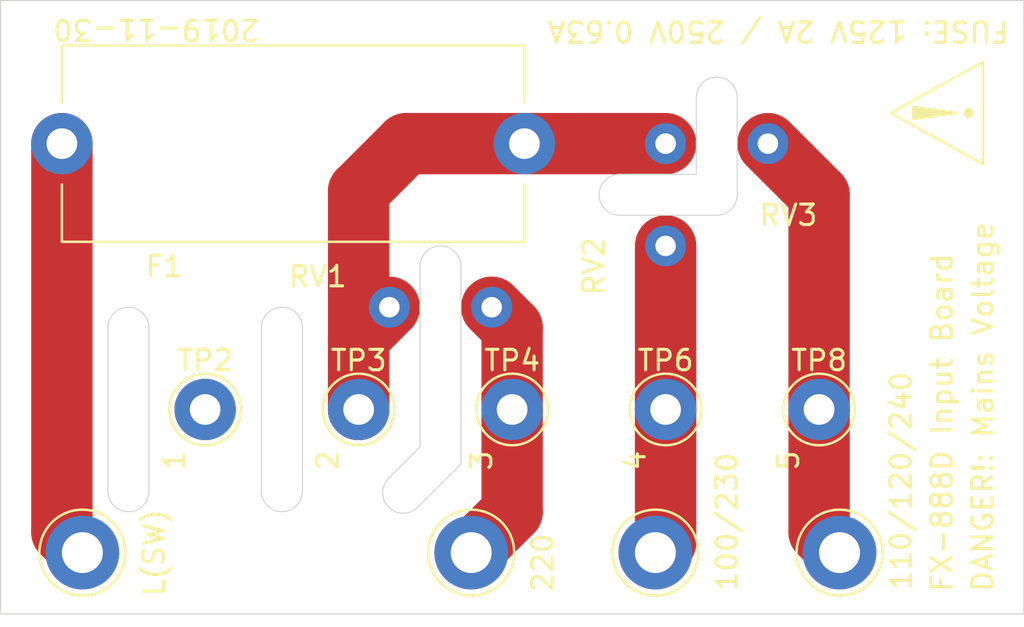
<source format=kicad_pcb>
(kicad_pcb (version 20171130) (host pcbnew 5.1.5-52549c5~84~ubuntu18.04.1)

  (general
    (thickness 1.6)
    (drawings 50)
    (tracks 19)
    (zones 0)
    (modules 13)
    (nets 7)
  )

  (page A4)
  (layers
    (0 F.Cu signal)
    (31 B.Cu signal)
    (32 B.Adhes user)
    (33 F.Adhes user)
    (34 B.Paste user)
    (35 F.Paste user)
    (36 B.SilkS user)
    (37 F.SilkS user)
    (38 B.Mask user)
    (39 F.Mask user)
    (40 Dwgs.User user)
    (41 Cmts.User user)
    (42 Eco1.User user)
    (43 Eco2.User user)
    (44 Edge.Cuts user)
    (45 Margin user)
    (46 B.CrtYd user)
    (47 F.CrtYd user)
    (48 B.Fab user)
    (49 F.Fab user)
  )

  (setup
    (last_trace_width 3)
    (trace_clearance 0.5)
    (zone_clearance 0.508)
    (zone_45_only no)
    (trace_min 0.2)
    (via_size 0.8)
    (via_drill 0.4)
    (via_min_size 0.4)
    (via_min_drill 0.3)
    (uvia_size 0.3)
    (uvia_drill 0.1)
    (uvias_allowed no)
    (uvia_min_size 0.2)
    (uvia_min_drill 0.1)
    (edge_width 0.05)
    (segment_width 0.2)
    (pcb_text_width 0.3)
    (pcb_text_size 1.5 1.5)
    (mod_edge_width 0.12)
    (mod_text_size 1 1)
    (mod_text_width 0.15)
    (pad_size 1.524 1.524)
    (pad_drill 0.762)
    (pad_to_mask_clearance 0.051)
    (solder_mask_min_width 0.25)
    (aux_axis_origin 0 0)
    (grid_origin 150 128)
    (visible_elements FFFFFF7F)
    (pcbplotparams
      (layerselection 0x010f0_ffffffff)
      (usegerberextensions true)
      (usegerberattributes false)
      (usegerberadvancedattributes false)
      (creategerberjobfile false)
      (excludeedgelayer true)
      (linewidth 0.100000)
      (plotframeref false)
      (viasonmask false)
      (mode 1)
      (useauxorigin false)
      (hpglpennumber 1)
      (hpglpenspeed 20)
      (hpglpendiameter 15.000000)
      (psnegative false)
      (psa4output false)
      (plotreference true)
      (plotvalue true)
      (plotinvisibletext false)
      (padsonsilk false)
      (subtractmaskfromsilk false)
      (outputformat 1)
      (mirror false)
      (drillshape 0)
      (scaleselection 1)
      (outputdirectory "gerbers"))
  )

  (net 0 "")
  (net 1 "Net-(F1-Pad1)")
  (net 2 "Net-(F1-Pad2)")
  (net 3 "Net-(RV1-Pad2)")
  (net 4 "Net-(RV2-Pad2)")
  (net 5 "Net-(RV3-Pad2)")
  (net 6 "Net-(TP2-Pad1)")

  (net_class Default "This is the default net class."
    (clearance 0.5)
    (trace_width 3)
    (via_dia 0.8)
    (via_drill 0.4)
    (uvia_dia 0.3)
    (uvia_drill 0.1)
    (add_net "Net-(F1-Pad1)")
    (add_net "Net-(F1-Pad2)")
    (add_net "Net-(RV1-Pad2)")
    (add_net "Net-(RV2-Pad2)")
    (add_net "Net-(RV3-Pad2)")
    (add_net "Net-(TP2-Pad1)")
  )

  (module TestPoint:TestPoint_Loop_D3.80mm_Drill2.0mm (layer F.Cu) (tedit 5A0F774F) (tstamp 5DE2DA43)
    (at 154 125)
    (descr "wire loop as test point, loop diameter 3.8mm, hole diameter 2.0mm")
    (tags "test point wire loop bead")
    (path /5DE1BFE2)
    (fp_text reference TP1 (at 0.5 2.8) (layer F.SilkS) hide
      (effects (font (size 1 1) (thickness 0.15)))
    )
    (fp_text value SW_LINE (at 0 -2.8) (layer F.Fab)
      (effects (font (size 1 1) (thickness 0.15)))
    )
    (fp_text user %R (at 0.5 2.8) (layer F.Fab)
      (effects (font (size 1 1) (thickness 0.15)))
    )
    (fp_circle (center 0 0) (end 2.1 0) (layer F.SilkS) (width 0.12))
    (fp_circle (center 0 0) (end 2.3 0) (layer F.CrtYd) (width 0.05))
    (fp_line (start 1.9 -0.3) (end -1.9 -0.3) (layer F.Fab) (width 0.12))
    (fp_line (start 1.9 0.3) (end 1.9 -0.3) (layer F.Fab) (width 0.12))
    (fp_line (start -1.9 0.3) (end 1.9 0.3) (layer F.Fab) (width 0.12))
    (fp_line (start -1.9 -0.3) (end -1.9 0.3) (layer F.Fab) (width 0.12))
    (pad 1 thru_hole circle (at 0 0) (size 3.6 3.6) (drill 2) (layers *.Cu *.Mask)
      (net 2 "Net-(F1-Pad2)"))
    (model ${KISYS3DMOD}/TestPoint.3dshapes/TestPoint_Loop_D3.80mm_Drill2.0mm.wrl
      (at (xyz 0 0 0))
      (scale (xyz 1 1 1))
      (rotate (xyz 0 0 0))
    )
  )

  (module TestPoint:TestPoint_Loop_D3.80mm_Drill2.0mm (layer F.Cu) (tedit 5A0F774F) (tstamp 5DE2DA75)
    (at 173 125)
    (descr "wire loop as test point, loop diameter 3.8mm, hole diameter 2.0mm")
    (tags "test point wire loop bead")
    (path /5DE1C900)
    (fp_text reference TP5 (at 0.5 2.8) (layer F.SilkS) hide
      (effects (font (size 1 1) (thickness 0.15)))
    )
    (fp_text value N_220 (at 0 -2.8) (layer F.Fab)
      (effects (font (size 1 1) (thickness 0.15)))
    )
    (fp_text user %R (at 0.5 2.8) (layer F.Fab)
      (effects (font (size 1 1) (thickness 0.15)))
    )
    (fp_circle (center 0 0) (end 2.1 0) (layer F.SilkS) (width 0.12))
    (fp_circle (center 0 0) (end 2.3 0) (layer F.CrtYd) (width 0.05))
    (fp_line (start 1.9 -0.3) (end -1.9 -0.3) (layer F.Fab) (width 0.12))
    (fp_line (start 1.9 0.3) (end 1.9 -0.3) (layer F.Fab) (width 0.12))
    (fp_line (start -1.9 0.3) (end 1.9 0.3) (layer F.Fab) (width 0.12))
    (fp_line (start -1.9 -0.3) (end -1.9 0.3) (layer F.Fab) (width 0.12))
    (pad 1 thru_hole circle (at 0 0) (size 3.6 3.6) (drill 2) (layers *.Cu *.Mask)
      (net 3 "Net-(RV1-Pad2)"))
    (model ${KISYS3DMOD}/TestPoint.3dshapes/TestPoint_Loop_D3.80mm_Drill2.0mm.wrl
      (at (xyz 0 0 0))
      (scale (xyz 1 1 1))
      (rotate (xyz 0 0 0))
    )
  )

  (module TestPoint:TestPoint_Loop_D3.80mm_Drill2.0mm (layer F.Cu) (tedit 5A0F774F) (tstamp 5DE2DA8D)
    (at 182 125)
    (descr "wire loop as test point, loop diameter 3.8mm, hole diameter 2.0mm")
    (tags "test point wire loop bead")
    (path /5DE1CFBC)
    (fp_text reference TP7 (at 0.5 2.8) (layer F.SilkS) hide
      (effects (font (size 1 1) (thickness 0.15)))
    )
    (fp_text value N_100/220 (at 0 -2.8) (layer F.Fab)
      (effects (font (size 1 1) (thickness 0.15)))
    )
    (fp_text user %R (at 0.5 2.8) (layer F.Fab)
      (effects (font (size 1 1) (thickness 0.15)))
    )
    (fp_circle (center 0 0) (end 2.1 0) (layer F.SilkS) (width 0.12))
    (fp_circle (center 0 0) (end 2.3 0) (layer F.CrtYd) (width 0.05))
    (fp_line (start 1.9 -0.3) (end -1.9 -0.3) (layer F.Fab) (width 0.12))
    (fp_line (start 1.9 0.3) (end 1.9 -0.3) (layer F.Fab) (width 0.12))
    (fp_line (start -1.9 0.3) (end 1.9 0.3) (layer F.Fab) (width 0.12))
    (fp_line (start -1.9 -0.3) (end -1.9 0.3) (layer F.Fab) (width 0.12))
    (pad 1 thru_hole circle (at 0 0) (size 3.6 3.6) (drill 2) (layers *.Cu *.Mask)
      (net 4 "Net-(RV2-Pad2)"))
    (model ${KISYS3DMOD}/TestPoint.3dshapes/TestPoint_Loop_D3.80mm_Drill2.0mm.wrl
      (at (xyz 0 0 0))
      (scale (xyz 1 1 1))
      (rotate (xyz 0 0 0))
    )
  )

  (module 012-fx888d-repair:C_Rect_L7.0mm_W4.5mm_P5.00mm (layer F.Cu) (tedit 5DE28630) (tstamp 5DE192DD)
    (at 182.5 105 270)
    (descr "C, Rect series, Radial, pin pitch=5.00mm, , length*width=7*4.5mm^2, Capacitor")
    (tags "C Rect series Radial pin pitch 5.00mm  length 7mm width 4.5mm Capacitor")
    (path /5DE213A5)
    (fp_text reference RV2 (at 6 3.5 270) (layer F.SilkS)
      (effects (font (size 1 1) (thickness 0.15)))
    )
    (fp_text value ERZV05D271 (at 2.5 3.5 90) (layer F.Fab)
      (effects (font (size 1 1) (thickness 0.15)))
    )
    (fp_line (start -1 -2.25) (end -1 2.25) (layer F.Fab) (width 0.1))
    (fp_line (start -1 2.25) (end 6 2.25) (layer F.Fab) (width 0.1))
    (fp_line (start 6 2.25) (end 6 -2.25) (layer F.Fab) (width 0.1))
    (fp_line (start 6 -2.25) (end -1 -2.25) (layer F.Fab) (width 0.1))
    (fp_line (start -1.25 -2.5) (end -1.25 2.5) (layer F.CrtYd) (width 0.05))
    (fp_line (start -1.25 2.5) (end 6.25 2.5) (layer F.CrtYd) (width 0.05))
    (fp_line (start 6.25 2.5) (end 6.25 -2.5) (layer F.CrtYd) (width 0.05))
    (fp_line (start 6.25 -2.5) (end -1.25 -2.5) (layer F.CrtYd) (width 0.05))
    (fp_text user %R (at 2.5 0 90) (layer F.Fab)
      (effects (font (size 1 1) (thickness 0.15)))
    )
    (pad 1 thru_hole circle (at 0 0 270) (size 2 2) (drill 1) (layers *.Cu *.Mask)
      (net 1 "Net-(F1-Pad1)"))
    (pad 2 thru_hole circle (at 5 0 270) (size 2 2) (drill 1) (layers *.Cu *.Mask)
      (net 4 "Net-(RV2-Pad2)"))
    (model ${KISYS3DMOD}/Capacitor_THT.3dshapes/C_Rect_L7.0mm_W4.5mm_P5.00mm.wrl
      (at (xyz 0 0 0))
      (scale (xyz 1 1 1))
      (rotate (xyz 0 0 0))
    )
  )

  (module 012-fx888d-repair:C_Rect_L7.0mm_W4.5mm_P5.00mm (layer F.Cu) (tedit 5DE28630) (tstamp 5DE192F0)
    (at 182.5 105)
    (descr "C, Rect series, Radial, pin pitch=5.00mm, , length*width=7*4.5mm^2, Capacitor")
    (tags "C Rect series Radial pin pitch 5.00mm  length 7mm width 4.5mm Capacitor")
    (path /5DE21740)
    (fp_text reference RV3 (at 6 3.5) (layer F.SilkS)
      (effects (font (size 1 1) (thickness 0.15)))
    )
    (fp_text value ERZV05D271 (at 2.5 3.5) (layer F.Fab)
      (effects (font (size 1 1) (thickness 0.15)))
    )
    (fp_line (start -1 -2.25) (end -1 2.25) (layer F.Fab) (width 0.1))
    (fp_line (start -1 2.25) (end 6 2.25) (layer F.Fab) (width 0.1))
    (fp_line (start 6 2.25) (end 6 -2.25) (layer F.Fab) (width 0.1))
    (fp_line (start 6 -2.25) (end -1 -2.25) (layer F.Fab) (width 0.1))
    (fp_line (start -1.25 -2.5) (end -1.25 2.5) (layer F.CrtYd) (width 0.05))
    (fp_line (start -1.25 2.5) (end 6.25 2.5) (layer F.CrtYd) (width 0.05))
    (fp_line (start 6.25 2.5) (end 6.25 -2.5) (layer F.CrtYd) (width 0.05))
    (fp_line (start 6.25 -2.5) (end -1.25 -2.5) (layer F.CrtYd) (width 0.05))
    (fp_text user %R (at 2.5 0) (layer F.Fab)
      (effects (font (size 1 1) (thickness 0.15)))
    )
    (pad 1 thru_hole circle (at 0 0) (size 2 2) (drill 1) (layers *.Cu *.Mask)
      (net 1 "Net-(F1-Pad1)"))
    (pad 2 thru_hole circle (at 5 0) (size 2 2) (drill 1) (layers *.Cu *.Mask)
      (net 5 "Net-(RV3-Pad2)"))
    (model ${KISYS3DMOD}/Capacitor_THT.3dshapes/C_Rect_L7.0mm_W4.5mm_P5.00mm.wrl
      (at (xyz 0 0 0))
      (scale (xyz 1 1 1))
      (rotate (xyz 0 0 0))
    )
  )

  (module 012-fx888d-repair:C_Rect_L7.0mm_W4.5mm_P5.00mm (layer F.Cu) (tedit 5DE28630) (tstamp 5DE19872)
    (at 169 113)
    (descr "C, Rect series, Radial, pin pitch=5.00mm, , length*width=7*4.5mm^2, Capacitor")
    (tags "C Rect series Radial pin pitch 5.00mm  length 7mm width 4.5mm Capacitor")
    (path /5DE1B513)
    (fp_text reference RV1 (at -3.5 -1.5) (layer F.SilkS)
      (effects (font (size 1 1) (thickness 0.15)))
    )
    (fp_text value ERZV05D271 (at 2.5 3.5) (layer F.Fab)
      (effects (font (size 1 1) (thickness 0.15)))
    )
    (fp_line (start -1 -2.25) (end -1 2.25) (layer F.Fab) (width 0.1))
    (fp_line (start -1 2.25) (end 6 2.25) (layer F.Fab) (width 0.1))
    (fp_line (start 6 2.25) (end 6 -2.25) (layer F.Fab) (width 0.1))
    (fp_line (start 6 -2.25) (end -1 -2.25) (layer F.Fab) (width 0.1))
    (fp_line (start -1.25 -2.5) (end -1.25 2.5) (layer F.CrtYd) (width 0.05))
    (fp_line (start -1.25 2.5) (end 6.25 2.5) (layer F.CrtYd) (width 0.05))
    (fp_line (start 6.25 2.5) (end 6.25 -2.5) (layer F.CrtYd) (width 0.05))
    (fp_line (start 6.25 -2.5) (end -1.25 -2.5) (layer F.CrtYd) (width 0.05))
    (fp_text user %R (at 2.5 0) (layer F.Fab)
      (effects (font (size 1 1) (thickness 0.15)))
    )
    (pad 1 thru_hole circle (at 0 0) (size 2 2) (drill 1) (layers *.Cu *.Mask)
      (net 1 "Net-(F1-Pad1)"))
    (pad 2 thru_hole circle (at 5 0) (size 2 2) (drill 1) (layers *.Cu *.Mask)
      (net 3 "Net-(RV1-Pad2)"))
    (model ${KISYS3DMOD}/Capacitor_THT.3dshapes/C_Rect_L7.0mm_W4.5mm_P5.00mm.wrl
      (at (xyz 0 0 0))
      (scale (xyz 1 1 1))
      (rotate (xyz 0 0 0))
    )
  )

  (module TestPoint:TestPoint_Loop_D3.80mm_Drill2.0mm (layer F.Cu) (tedit 5A0F774F) (tstamp 5DE2DAA5)
    (at 191 125)
    (descr "wire loop as test point, loop diameter 3.8mm, hole diameter 2.0mm")
    (tags "test point wire loop bead")
    (path /5DE1D29A)
    (fp_text reference TP9 (at 0.5 2.8) (layer F.SilkS) hide
      (effects (font (size 1 1) (thickness 0.15)))
    )
    (fp_text value N_110/120/240 (at 0 -2.8) (layer F.Fab)
      (effects (font (size 1 1) (thickness 0.15)))
    )
    (fp_text user %R (at 0.5 2.8) (layer F.Fab)
      (effects (font (size 1 1) (thickness 0.15)))
    )
    (fp_circle (center 0 0) (end 2.1 0) (layer F.SilkS) (width 0.12))
    (fp_circle (center 0 0) (end 2.3 0) (layer F.CrtYd) (width 0.05))
    (fp_line (start 1.9 -0.3) (end -1.9 -0.3) (layer F.Fab) (width 0.12))
    (fp_line (start 1.9 0.3) (end 1.9 -0.3) (layer F.Fab) (width 0.12))
    (fp_line (start -1.9 0.3) (end 1.9 0.3) (layer F.Fab) (width 0.12))
    (fp_line (start -1.9 -0.3) (end -1.9 0.3) (layer F.Fab) (width 0.12))
    (pad 1 thru_hole circle (at 0 0) (size 3.6 3.6) (drill 2) (layers *.Cu *.Mask)
      (net 5 "Net-(RV3-Pad2)"))
    (model ${KISYS3DMOD}/TestPoint.3dshapes/TestPoint_Loop_D3.80mm_Drill2.0mm.wrl
      (at (xyz 0 0 0))
      (scale (xyz 1 1 1))
      (rotate (xyz 0 0 0))
    )
  )

  (module Fuse:Fuseholder_Cylinder-5x20mm_Stelvio-Kontek_PTF78_Horizontal_Open (layer F.Cu) (tedit 5B7EAE13) (tstamp 5DE19639)
    (at 175.6 105 180)
    (descr https://www.tme.eu/en/Document/3b48dbe2b9714a62652c97b08fcd464b/PTF78.pdf)
    (tags "Fuseholder horizontal open 5x20 Stelvio-Kontek PTF/78")
    (path /5DE1AE0B)
    (fp_text reference F1 (at 17.6 -6) (layer F.SilkS)
      (effects (font (size 1 1) (thickness 0.15)))
    )
    (fp_text value Fuse (at 13 6) (layer F.Fab)
      (effects (font (size 1 1) (thickness 0.15)))
    )
    (fp_line (start -1.85 -0.45) (end -1.45 -1.25) (layer F.CrtYd) (width 0.05))
    (fp_line (start -1.45 1.25) (end -1.85 0.45) (layer F.CrtYd) (width 0.05))
    (fp_line (start -0.4 1.85) (end -0.15 1.85) (layer F.CrtYd) (width 0.05))
    (fp_line (start -0.75 1.75) (end -0.4 1.85) (layer F.CrtYd) (width 0.05))
    (fp_line (start -1.45 1.25) (end -0.75 1.75) (layer F.CrtYd) (width 0.05))
    (fp_line (start -1.85 -0.45) (end -1.85 0.45) (layer F.CrtYd) (width 0.05))
    (fp_line (start -0.75 -1.75) (end -1.45 -1.25) (layer F.CrtYd) (width 0.05))
    (fp_line (start -0.4 -1.85) (end -0.75 -1.75) (layer F.CrtYd) (width 0.05))
    (fp_line (start -0.15 -1.85) (end -0.4 -1.85) (layer F.CrtYd) (width 0.05))
    (fp_line (start 24.05 1.25) (end 24.45 0.45) (layer F.CrtYd) (width 0.05))
    (fp_line (start 23.35 1.75) (end 24.05 1.25) (layer F.CrtYd) (width 0.05))
    (fp_line (start 23 1.85) (end 23.35 1.75) (layer F.CrtYd) (width 0.05))
    (fp_line (start 22.75 1.85) (end 23 1.85) (layer F.CrtYd) (width 0.05))
    (fp_line (start 23.35 -1.75) (end 23 -1.85) (layer F.CrtYd) (width 0.05))
    (fp_line (start 24.05 -1.25) (end 23.35 -1.75) (layer F.CrtYd) (width 0.05))
    (fp_line (start 24.45 -0.45) (end 24.05 -1.25) (layer F.CrtYd) (width 0.05))
    (fp_line (start 24.45 0.45) (end 24.45 -0.45) (layer F.CrtYd) (width 0.05))
    (fp_line (start 22.75 -1.85) (end 23 -1.85) (layer F.CrtYd) (width 0.05))
    (fp_line (start 0 4.8) (end 0 2) (layer F.SilkS) (width 0.12))
    (fp_line (start 22.75 1.85) (end 22.75 4.95) (layer F.CrtYd) (width 0.05))
    (fp_line (start 22.75 -1.85) (end 22.75 -4.95) (layer F.CrtYd) (width 0.05))
    (fp_line (start -0.15 -1.85) (end -0.15 -4.95) (layer F.CrtYd) (width 0.05))
    (fp_line (start 0 4.8) (end 22.6 4.8) (layer F.SilkS) (width 0.12))
    (fp_line (start -0.15 -4.95) (end 22.75 -4.95) (layer F.CrtYd) (width 0.05))
    (fp_line (start 22.75 4.95) (end -0.15 4.95) (layer F.CrtYd) (width 0.05))
    (fp_line (start 0 -4.8) (end 22.6 -4.8) (layer F.SilkS) (width 0.12))
    (fp_line (start 0 -2) (end 0 -4.8) (layer F.SilkS) (width 0.12))
    (fp_line (start 22.6 -2) (end 22.6 -4.8) (layer F.SilkS) (width 0.12))
    (fp_line (start 22.6 4.8) (end 22.6 2) (layer F.SilkS) (width 0.12))
    (fp_line (start -0.15 4.95) (end -0.15 1.85) (layer F.CrtYd) (width 0.05))
    (fp_line (start 22.5 -4.7) (end 0.1 -4.7) (layer F.Fab) (width 0.1))
    (fp_line (start 22.5 4.7) (end 22.5 -4.7) (layer F.Fab) (width 0.1))
    (fp_line (start 0.1 4.7) (end 22.5 4.7) (layer F.Fab) (width 0.1))
    (fp_line (start 0.1 -4.7) (end 0.1 4.7) (layer F.Fab) (width 0.1))
    (fp_text user %R (at 11.25 4) (layer F.Fab)
      (effects (font (size 1 1) (thickness 0.15)))
    )
    (pad 2 thru_hole circle (at 22.6 0 180) (size 3 3) (drill 1.5) (layers *.Cu *.Mask)
      (net 2 "Net-(F1-Pad2)"))
    (pad 1 thru_hole circle (at 0 0 180) (size 3 3) (drill 1.5) (layers *.Cu *.Mask)
      (net 1 "Net-(F1-Pad1)"))
    (model ${KISYS3DMOD}/Fuse.3dshapes/Fuseholder_Cylinder-5x20mm_Stelvio-Kontek_PTF78_Horizontal_Open.wrl
      (at (xyz 0 0 0))
      (scale (xyz 1 1 1))
      (rotate (xyz 0 0 0))
    )
  )

  (module TestPoint:TestPoint_THTPad_D3.0mm_Drill1.5mm (layer F.Cu) (tedit 5A0F774F) (tstamp 5E20636C)
    (at 160 118)
    (descr "THT pad as test Point, diameter 3.0mm, hole diameter 1.5mm")
    (tags "test point THT pad")
    (path /5DE1FEC6)
    (attr virtual)
    (fp_text reference TP2 (at 0 -2.398) (layer F.SilkS)
      (effects (font (size 1 1) (thickness 0.15)))
    )
    (fp_text value TX1 (at 0 2.55) (layer F.Fab)
      (effects (font (size 1 1) (thickness 0.15)))
    )
    (fp_text user %R (at 0 -2.4) (layer F.Fab)
      (effects (font (size 1 1) (thickness 0.15)))
    )
    (fp_circle (center 0 0) (end 2 0) (layer F.CrtYd) (width 0.05))
    (fp_circle (center 0 0) (end 0 1.75) (layer F.SilkS) (width 0.12))
    (pad 1 thru_hole circle (at 0 0) (size 3 3) (drill 1.5) (layers *.Cu *.Mask)
      (net 6 "Net-(TP2-Pad1)"))
  )

  (module TestPoint:TestPoint_THTPad_D3.0mm_Drill1.5mm (layer F.Cu) (tedit 5A0F774F) (tstamp 5E206373)
    (at 167.5 118)
    (descr "THT pad as test Point, diameter 3.0mm, hole diameter 1.5mm")
    (tags "test point THT pad")
    (path /5DE1F9F0)
    (attr virtual)
    (fp_text reference TP3 (at 0 -2.398) (layer F.SilkS)
      (effects (font (size 1 1) (thickness 0.15)))
    )
    (fp_text value TX2 (at 0 2.55) (layer F.Fab)
      (effects (font (size 1 1) (thickness 0.15)))
    )
    (fp_circle (center 0 0) (end 0 1.75) (layer F.SilkS) (width 0.12))
    (fp_circle (center 0 0) (end 2 0) (layer F.CrtYd) (width 0.05))
    (fp_text user %R (at 0 -2.4) (layer F.Fab)
      (effects (font (size 1 1) (thickness 0.15)))
    )
    (pad 1 thru_hole circle (at 0 0) (size 3 3) (drill 1.5) (layers *.Cu *.Mask)
      (net 1 "Net-(F1-Pad1)"))
  )

  (module TestPoint:TestPoint_THTPad_D3.0mm_Drill1.5mm (layer F.Cu) (tedit 5A0F774F) (tstamp 5E20637A)
    (at 175 118)
    (descr "THT pad as test Point, diameter 3.0mm, hole diameter 1.5mm")
    (tags "test point THT pad")
    (path /5DE1E266)
    (attr virtual)
    (fp_text reference TP4 (at 0 -2.398) (layer F.SilkS)
      (effects (font (size 1 1) (thickness 0.15)))
    )
    (fp_text value TX3 (at 0 2.55) (layer F.Fab)
      (effects (font (size 1 1) (thickness 0.15)))
    )
    (fp_text user %R (at 0 -2.4) (layer F.Fab)
      (effects (font (size 1 1) (thickness 0.15)))
    )
    (fp_circle (center 0 0) (end 2 0) (layer F.CrtYd) (width 0.05))
    (fp_circle (center 0 0) (end 0 1.75) (layer F.SilkS) (width 0.12))
    (pad 1 thru_hole circle (at 0 0) (size 3 3) (drill 1.5) (layers *.Cu *.Mask)
      (net 3 "Net-(RV1-Pad2)"))
  )

  (module TestPoint:TestPoint_THTPad_D3.0mm_Drill1.5mm (layer F.Cu) (tedit 5A0F774F) (tstamp 5E206381)
    (at 182.5 118)
    (descr "THT pad as test Point, diameter 3.0mm, hole diameter 1.5mm")
    (tags "test point THT pad")
    (path /5DE1E88A)
    (attr virtual)
    (fp_text reference TP6 (at 0 -2.398) (layer F.SilkS)
      (effects (font (size 1 1) (thickness 0.15)))
    )
    (fp_text value TX4 (at 0 2.55) (layer F.Fab)
      (effects (font (size 1 1) (thickness 0.15)))
    )
    (fp_circle (center 0 0) (end 0 1.75) (layer F.SilkS) (width 0.12))
    (fp_circle (center 0 0) (end 2 0) (layer F.CrtYd) (width 0.05))
    (fp_text user %R (at 0 -2.4) (layer F.Fab)
      (effects (font (size 1 1) (thickness 0.15)))
    )
    (pad 1 thru_hole circle (at 0 0) (size 3 3) (drill 1.5) (layers *.Cu *.Mask)
      (net 4 "Net-(RV2-Pad2)"))
  )

  (module TestPoint:TestPoint_THTPad_D3.0mm_Drill1.5mm (layer F.Cu) (tedit 5A0F774F) (tstamp 5E206388)
    (at 190 118)
    (descr "THT pad as test Point, diameter 3.0mm, hole diameter 1.5mm")
    (tags "test point THT pad")
    (path /5DE1EE65)
    (attr virtual)
    (fp_text reference TP8 (at 0 -2.398) (layer F.SilkS)
      (effects (font (size 1 1) (thickness 0.15)))
    )
    (fp_text value TX5 (at 0 2.55) (layer F.Fab)
      (effects (font (size 1 1) (thickness 0.15)))
    )
    (fp_text user %R (at 0 -2.4) (layer F.Fab)
      (effects (font (size 1 1) (thickness 0.15)))
    )
    (fp_circle (center 0 0) (end 2 0) (layer F.CrtYd) (width 0.05))
    (fp_circle (center 0 0) (end 0 1.75) (layer F.SilkS) (width 0.12))
    (pad 1 thru_hole circle (at 0 0) (size 3 3) (drill 1.5) (layers *.Cu *.Mask)
      (net 5 "Net-(RV3-Pad2)"))
  )

  (gr_text 2019-11-30 (at 157.62 99.425 180) (layer F.SilkS)
    (effects (font (size 1 1) (thickness 0.15)))
  )
  (gr_text "FX-888D Input Board" (at 196 127 90) (layer F.SilkS)
    (effects (font (size 1 1) (thickness 0.15)) (justify left))
  )
  (gr_poly (pts (xy 197.5 103.5) (xy 197.3 103.7) (xy 197.1 103.5) (xy 197.3 103.3)) (layer F.SilkS) (width 0.1))
  (gr_poly (pts (xy 196.7 103.5) (xy 194.6 103.8) (xy 194.6 103.2)) (layer F.SilkS) (width 0.1))
  (gr_line (start 194.6 103.2) (end 196.7 103.5) (layer F.SilkS) (width 0.12) (tstamp 5DE2A6BD))
  (gr_line (start 194.6 103.8) (end 194.6 103.2) (layer F.SilkS) (width 0.12))
  (gr_line (start 196.7 103.5) (end 194.6 103.8) (layer F.SilkS) (width 0.12))
  (gr_circle (center 197.3 103.5) (end 197.3 103.3) (layer F.SilkS) (width 0.12))
  (gr_line (start 193.5 103.5) (end 198 106) (layer F.SilkS) (width 0.12) (tstamp 5DE2A6B7))
  (gr_line (start 198 101) (end 193.5 103.5) (layer F.SilkS) (width 0.12))
  (gr_line (start 198 106) (end 198 101) (layer F.SilkS) (width 0.12))
  (gr_text "DANGER!: Mains Voltage" (at 198 127 90) (layer F.SilkS)
    (effects (font (size 1 1) (thickness 0.15)) (justify left))
  )
  (gr_text "FUSE: 125V 2A / 250V 0.63A" (at 188 99.5 180) (layer F.SilkS)
    (effects (font (size 1 1) (thickness 0.15)))
  )
  (gr_text 5 (at 188.5 120.5 90) (layer F.SilkS) (tstamp 5DE2986C)
    (effects (font (size 1 1) (thickness 0.15)))
  )
  (gr_text 4 (at 181 120.5 90) (layer F.SilkS) (tstamp 5DE29869)
    (effects (font (size 1 1) (thickness 0.15)))
  )
  (gr_text 3 (at 173.5 120.5 90) (layer F.SilkS) (tstamp 5DE29866)
    (effects (font (size 1 1) (thickness 0.15)))
  )
  (gr_text 2 (at 166 120.5 90) (layer F.SilkS) (tstamp 5DE29863)
    (effects (font (size 1 1) (thickness 0.15)))
  )
  (gr_text 1 (at 158.5 120.5 90) (layer F.SilkS)
    (effects (font (size 1 1) (thickness 0.15)))
  )
  (gr_text "L(SW)" (at 157.5 125 90) (layer F.SilkS) (tstamp 5DE297E4)
    (effects (font (size 1 1) (thickness 0.15)))
  )
  (gr_text 220 (at 176.5 125.5 90) (layer F.SilkS) (tstamp 5DE297BF)
    (effects (font (size 1 1) (thickness 0.15)))
  )
  (gr_text 100/230 (at 185.5 123.5 90) (layer F.SilkS) (tstamp 5DE297B8)
    (effects (font (size 1 1) (thickness 0.15)))
  )
  (gr_text 110/120/240 (at 194 121.5 90) (layer F.SilkS)
    (effects (font (size 1 1) (thickness 0.15)))
  )
  (gr_arc (start 185 107.5) (end 185 108.5) (angle -90) (layer Edge.Cuts) (width 0.05))
  (gr_arc (start 180.25 107.5) (end 180.25 106.5) (angle -180) (layer Edge.Cuts) (width 0.05))
  (gr_arc (start 185 102.75) (end 186 102.75) (angle -180) (layer Edge.Cuts) (width 0.05))
  (gr_line (start 185 108.5) (end 180.25 108.5) (layer Edge.Cuts) (width 0.05))
  (gr_line (start 186 102.75) (end 186 107.5) (layer Edge.Cuts) (width 0.05))
  (gr_line (start 184 106.5) (end 184 102.75) (layer Edge.Cuts) (width 0.05))
  (gr_line (start 180.25 106.5) (end 184 106.5) (layer Edge.Cuts) (width 0.05))
  (gr_arc (start 156.25 114) (end 157.25 114) (angle -180) (layer Edge.Cuts) (width 0.05) (tstamp 5DE19C0D))
  (gr_line (start 155.25 118) (end 155.25 122) (layer Edge.Cuts) (width 0.05) (tstamp 5DE19C0C))
  (gr_line (start 155.25 118) (end 155.25 114) (layer Edge.Cuts) (width 0.05) (tstamp 5DE19C0B))
  (gr_line (start 157.25 122) (end 157.25 114) (layer Edge.Cuts) (width 0.05) (tstamp 5DE19C0A))
  (gr_arc (start 156.25 122) (end 155.25 122) (angle -180) (layer Edge.Cuts) (width 0.05) (tstamp 5DE19C09))
  (gr_line (start 170.37868 122.785534) (end 172.49868 120.665534) (layer Edge.Cuts) (width 0.05) (tstamp 5DE19B7F))
  (gr_line (start 170.49868 119.835534) (end 168.964466 121.37132) (layer Edge.Cuts) (width 0.05) (tstamp 5DE19B67))
  (gr_arc (start 169.671573 122.078427) (end 168.964466 121.37132) (angle -180) (layer Edge.Cuts) (width 0.05) (tstamp 5DE19B66))
  (gr_arc (start 171.5 111) (end 172.5 111) (angle -180) (layer Edge.Cuts) (width 0.05) (tstamp 5DE19B1B))
  (gr_line (start 170.5 115) (end 170.5 119.835534) (layer Edge.Cuts) (width 0.05) (tstamp 5DE19B1A))
  (gr_line (start 170.5 115) (end 170.5 111) (layer Edge.Cuts) (width 0.05) (tstamp 5DE19B19))
  (gr_line (start 172.5 120.665534) (end 172.5 111) (layer Edge.Cuts) (width 0.05) (tstamp 5DE19B18))
  (gr_arc (start 163.75 122) (end 162.75 122) (angle -180) (layer Edge.Cuts) (width 0.05))
  (gr_arc (start 163.75 114) (end 164.75 114) (angle -180) (layer Edge.Cuts) (width 0.05))
  (gr_line (start 164.75 122) (end 164.75 114) (layer Edge.Cuts) (width 0.05))
  (gr_line (start 162.75 118) (end 162.75 122) (layer Edge.Cuts) (width 0.05))
  (gr_line (start 162.75 118) (end 162.75 114) (layer Edge.Cuts) (width 0.05))
  (gr_line (start 150 128) (end 150 98) (layer Edge.Cuts) (width 0.05) (tstamp 5DE194D9))
  (gr_line (start 200 128) (end 150 128) (layer Edge.Cuts) (width 0.05))
  (gr_line (start 200 98) (end 200 128) (layer Edge.Cuts) (width 0.05))
  (gr_line (start 150 98) (end 200 98) (layer Edge.Cuts) (width 0.05))

  (segment (start 167.5 114.5) (end 169 113) (width 3) (layer F.Cu) (net 1))
  (segment (start 167.5 118) (end 167.5 114.5) (width 3) (layer F.Cu) (net 1))
  (segment (start 175.6 105) (end 182.5 105) (width 3) (layer F.Cu) (net 1))
  (segment (start 167.5 118) (end 167.5 107.325) (width 3) (layer F.Cu) (net 1))
  (segment (start 169.825 105) (end 175.6 105) (width 3) (layer F.Cu) (net 1))
  (segment (start 167.5 107.325) (end 169.825 105) (width 3) (layer F.Cu) (net 1))
  (segment (start 153 124) (end 154 125) (width 3) (layer F.Cu) (net 2))
  (segment (start 153 105) (end 153 124) (width 3) (layer F.Cu) (net 2))
  (segment (start 175 123) (end 173 125) (width 3) (layer F.Cu) (net 3))
  (segment (start 175 118) (end 175 123) (width 3) (layer F.Cu) (net 3))
  (segment (start 175 114) (end 174 113) (width 3) (layer F.Cu) (net 3))
  (segment (start 175 118) (end 175 114) (width 3) (layer F.Cu) (net 3))
  (segment (start 182.5 124.5) (end 182 125) (width 3) (layer F.Cu) (net 4))
  (segment (start 182.5 118) (end 182.5 124.5) (width 3) (layer F.Cu) (net 4))
  (segment (start 182.5 110) (end 182.5 118) (width 3) (layer F.Cu) (net 4))
  (segment (start 190 107.5) (end 187.5 105) (width 3) (layer F.Cu) (net 5))
  (segment (start 190 118) (end 190 107.5) (width 3) (layer F.Cu) (net 5))
  (segment (start 190 124) (end 191 125) (width 3) (layer F.Cu) (net 5))
  (segment (start 190 118) (end 190 124) (width 3) (layer F.Cu) (net 5))

)

</source>
